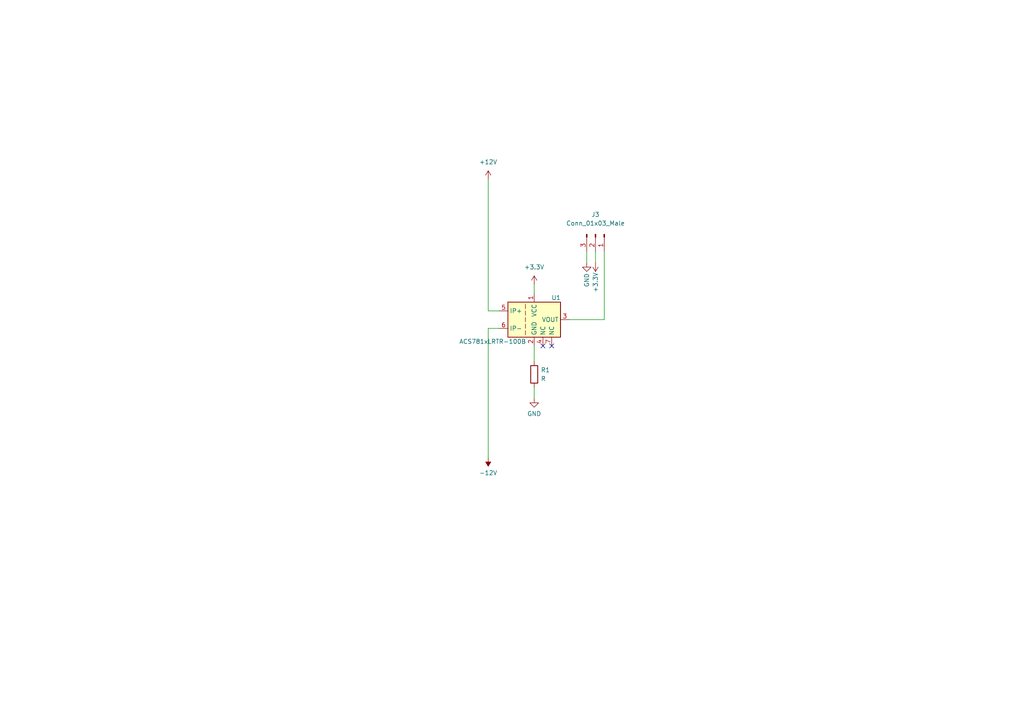
<source format=kicad_sch>
(kicad_sch (version 20211123) (generator eeschema)
  (paper "A4")
  (title_block (title "Current_Sensor") (date "2022-11-03") (rev "0.0.1") (company "Montana Tech Robotic Mining Club"))
  (lib_symbols
    (symbol "Connector:Conn_01x03_Male" (pin_names (offset 1.016) hide)
      (property "Reference" "J" (at 0 5.08 0))
      (property "Value" "Conn_01x03_Male" (at 0 -5.08 0))
      (symbol "Conn_01x03_Male_1_1"
        (polyline (pts (xy 1.27 -2.54) (xy 0.8636 -2.54)) (stroke (width 0.1524)))
        (polyline (pts (xy 1.27 0) (xy 0.8636 0)) (stroke (width 0.1524)))
        (polyline (pts (xy 1.27 2.54) (xy 0.8636 2.54)) (stroke (width 0.1524)))
        (rectangle (start 0.8636 -2.413) (end 0 -2.667) (stroke (width 0.1524)) (fill (type outline)))
        (rectangle (start 0.8636 0.127) (end 0 -0.127) (stroke (width 0.1524)) (fill (type outline)))
        (rectangle (start 0.8636 2.667) (end 0 2.413) (stroke (width 0.1524)) (fill (type outline)))
        (pin passive line (at 5.08 2.54 180) (length 3.81) (name "Pin_1") (number "1"))
        (pin passive line (at 5.08 0 180) (length 3.81) (name "Pin_2") (number "2"))
        (pin passive line (at 5.08 -2.54 180) (length 3.81) (name "Pin_3") (number "3"))
      )
    )
    (symbol "Device:R" (pin_numbers hide) (pin_names (offset 0))
      (property "Reference" "R" (at 2.032 0 90))
      (property "Value" "R" (at 0 0 90))
      (symbol "R_0_1"
        (rectangle (start -1.016 -2.54) (end 1.016 2.54) (stroke (width 0.254)))
      )
      (symbol "R_1_1"
        (pin passive line (at 0 3.81 270) (length 1.27) (name "~") (number "1"))
        (pin passive line (at 0 -3.81 90) (length 1.27) (name "~") (number "2"))
      )
    )
    (symbol "GND_1" (power) (pin_names (offset 0))
      (property "Value" "GND_1" (at 0 -3.81 0))
      (symbol "GND_1_0_1"
        (polyline (pts (xy 0 0) (xy 0 -1.27) (xy 1.27 -1.27) (xy 0 -2.54) (xy -1.27 -1.27) (xy 0 -1.27)))
      )
      (symbol "GND_1_1_1"
        (pin power_in line (at 0 0 270) (length 0) hide (name "GND") (number "1"))
      )
    )
    (symbol "Sensor_Current:ACS781xLRTR-100B"
      (property "Reference" "U" (at -7.62 6.35 0))
      (property "Value" "ACS781xLRTR-100B" (at 2.54 6.35 0))
      (symbol "ACS781xLRTR-100B_0_1"
        (rectangle (start -7.62 5.08) (end 7.62 -5.08) (stroke (width 0.254)) (fill (type background)))
        (polyline (pts (xy -2.54 -3.175) (xy -2.54 -4.445)))
        (polyline (pts (xy -2.54 -1.27) (xy -2.54 -2.54)))
        (polyline (pts (xy -2.54 0.635) (xy -2.54 -0.635)))
        (polyline (pts (xy -2.54 1.27) (xy -2.54 2.54)))
        (polyline (pts (xy -2.54 3.175) (xy -2.54 4.445)))
      )
      (symbol "ACS781xLRTR-100B_1_1"
        (pin power_in line (at 0 7.62 270) (length 2.54) (name "VCC") (number "1"))
        (pin power_in line (at 0 -7.62 90) (length 2.54) (name "GND") (number "2"))
        (pin output line (at 10.16 0 180) (length 2.54) (name "VOUT") (number "3"))
        (pin passive line (at 2.54 -7.62 90) (length 2.54) (name "NC") (number "4"))
        (pin passive line (at -10.16 2.54 0) (length 2.54) (name "IP+") (number "5"))
        (pin passive line (at -10.16 -2.54 0) (length 2.54) (name "IP-") (number "6"))
        (pin passive line (at 5.08 -7.62 90) (length 2.54) (name "NC") (number "7"))
      )
    )
    (symbol "power:+12V" (power) (pin_names (offset 0))
      (property "Value" "+12V" (at 0 3.556 0))
      (symbol "+12V_0_1"
        (polyline (pts (xy -0.762 1.27) (xy 0 2.54)))
        (polyline (pts (xy 0 0) (xy 0 2.54)))
        (polyline (pts (xy 0 2.54) (xy 0.762 1.27)))
      )
      (symbol "+12V_1_1"
        (pin power_in line (at 0 0 90) (length 0) hide (name "+12V") (number "1"))
      )
    )
    (symbol "power:+3.3V" (power) (pin_names (offset 0))
      (property "Value" "+3.3V" (at 0 3.556 0))
      (symbol "+3.3V_0_1"
        (polyline (pts (xy -0.762 1.27) (xy 0 2.54)))
        (polyline (pts (xy 0 0) (xy 0 2.54)))
        (polyline (pts (xy 0 2.54) (xy 0.762 1.27)))
      )
      (symbol "+3.3V_1_1"
        (pin power_in line (at 0 0 90) (length 0) hide (name "+3.3V") (number "1"))
      )
    )
    (symbol "power:-12V" (power) (pin_names (offset 0))
      (property "Value" "-12V" (at 0 3.81 0))
      (symbol "-12V_0_0"
        (pin power_in line (at 0 0 90) (length 0) hide (name "-12V") (number "1"))
      )
      (symbol "-12V_0_1"
        (polyline (pts (xy 0 0) (xy 0 1.27) (xy 0.762 1.27) (xy 0 2.54) (xy -0.762 1.27) (xy 0 1.27)) (fill (type outline)))
      )
    )
    (symbol "power:GND" (power) (pin_names (offset 0))
      (property "Value" "GND" (at 0 -3.81 0))
      (symbol "GND_0_1"
        (polyline (pts (xy 0 0) (xy 0 -1.27) (xy 1.27 -1.27) (xy 0 -2.54) (xy -1.27 -1.27) (xy 0 -1.27)))
      )
      (symbol "GND_1_1"
        (pin power_in line (at 0 0 270) (length 0) hide (name "GND") (number "1"))
      )
    )
  )
  (no_connect (at 157.48 100.33))
  (no_connect (at 160.02 100.33))
  (wire (pts (xy 175.26 92.71) (xy 175.26 73.025)))
  (wire (pts (xy 170.18 73.025) (xy 170.18 76.2)))
  (wire (pts (xy 172.72 73.025) (xy 172.72 76.2)))
  (wire (pts (xy 154.94 85.09) (xy 154.94 82.55)))
  (wire (pts (xy 144.78 90.17) (xy 141.605 90.17)))
  (wire (pts (xy 154.94 100.33) (xy 154.94 104.775)))
  (wire (pts (xy 141.605 95.25) (xy 141.605 132.715)))
  (wire (pts (xy 154.94 112.395) (xy 154.94 115.57)))
  (wire (pts (xy 144.78 95.25) (xy 141.605 95.25)))
  (wire (pts (xy 165.1 92.71) (xy 175.26 92.71)))
  (wire (pts (xy 141.605 52.07) (xy 141.605 90.17)))
  (symbol (lib_id "power:+12V") (at 141.605 52.07 0) (unit 1)
    (property "Reference" "#PWR?" (effects hide))
    (property "Value" "+12V" (at 141.605 46.99 0))
  )
  (symbol (lib_id "Connector:Conn_01x03_Male") (at 172.72 67.945 270) (unit 1)
    (property "Reference" "J3" (at 172.72 62.23 90))
    (property "Value" "Conn_01x03_Male" (at 172.72 64.77 90))
    (property "Footprint" "Connector_Molex:Molex_CLIK-Mate_502386-0370_1x03-1MP_P1.25mm_Horizontal" (effects hide))
  )
  (symbol (lib_id "Device:R") (at 154.94 108.585 180) (unit 1)
    (property "Reference" "R1" (at 156.845 107.3149 0) (effects (justify right)))
    (property "Value" "R" (at 156.845 109.8549 0) (effects (justify right)))
    (property "Footprint" "Resistor_SMD:R_0603_1608Metric_Pad0.98x0.95mm_HandSolder" (effects hide))
  )
  (symbol (lib_name "GND_1") (lib_id "power:GND") (at 170.18 76.2 0) (unit 1)
    (property "Reference" "#PWR0105" (effects hide))
    (property "Value" "GND" (at 170.18 81.28 90))
  )
  (symbol (lib_id "power:+3.3V") (at 172.72 76.2 180) (unit 1)
    (property "Reference" "#PWR0104" (effects hide))
    (property "Value" "+3.3V" (at 172.72 81.915 90))
  )
  (symbol (lib_id "Sensor_Current:ACS781xLRTR-100B") (at 154.94 92.71 0) (unit 1)
    (property "Reference" "U1" (at 161.29 86.36 0))
    (property "Value" "ACS781xLRTR-100B" (at 142.875 99.06 0))
    (property "Footprint" "Sensor_Current:Allegro_PSOF-7_4.8x6.4mm_P1.60mm" (effects hide))
    (property "Datasheet" "http://www.allegromicro.com/~/media/Files/Datasheets/ACS780-Datasheet.ashx?la=en" (effects hide))
  )
  (symbol (lib_id "power:+3.3V") (at 154.94 82.55 0) (unit 1)
    (property "Reference" "#PWR0103" (effects hide))
    (property "Value" "+3.3V" (at 154.94 77.47 0))
  )
  (symbol (lib_id "power:-12V") (at 141.605 132.715 180) (unit 1)
    (property "Reference" "#PWR?" (effects hide))
    (property "Value" "-12V" (at 141.605 137.16 0))
  )
  (symbol (lib_id "power:GND") (at 154.94 115.57 0) (unit 1)
    (property "Reference" "#PWR01" (effects hide))
    (property "Value" "GND" (at 154.94 120.015 0))
  )
)
</source>
